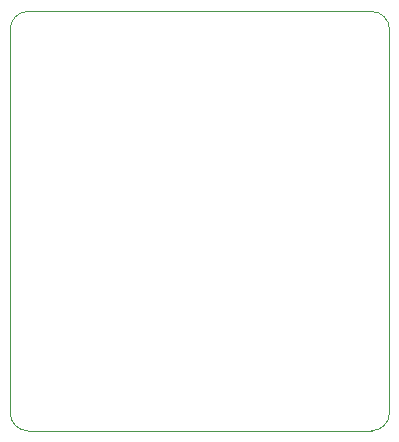
<source format=gbr>
G04 #@! TF.GenerationSoftware,KiCad,Pcbnew,6.0.7-f9a2dced07~116~ubuntu22.04.1*
G04 #@! TF.CreationDate,2022-08-21T20:36:42+02:00*
G04 #@! TF.ProjectId,carabiner,63617261-6269-46e6-9572-2e6b69636164,rev?*
G04 #@! TF.SameCoordinates,Original*
G04 #@! TF.FileFunction,Profile,NP*
%FSLAX46Y46*%
G04 Gerber Fmt 4.6, Leading zero omitted, Abs format (unit mm)*
G04 Created by KiCad (PCBNEW 6.0.7-f9a2dced07~116~ubuntu22.04.1) date 2022-08-21 20:36:42*
%MOMM*%
%LPD*%
G01*
G04 APERTURE LIST*
G04 #@! TA.AperFunction,Profile*
%ADD10C,0.050000*%
G04 #@! TD*
G04 #@! TA.AperFunction,Profile*
%ADD11C,0.120000*%
G04 #@! TD*
G04 APERTURE END LIST*
D10*
X50500000Y-68000000D02*
X50500000Y-59600000D01*
X50500000Y-35500000D02*
X50500000Y-59600000D01*
D11*
X82600000Y-35500000D02*
G75*
G03*
X81100000Y-34000000I-1500000J0D01*
G01*
X50500000Y-68000000D02*
G75*
G03*
X52000000Y-69500000I1500000J0D01*
G01*
X81100000Y-69500000D02*
G75*
G03*
X82600000Y-68000000I0J1500000D01*
G01*
X52000000Y-34000000D02*
G75*
G03*
X50500000Y-35500000I0J-1500000D01*
G01*
D10*
X79800000Y-34000000D02*
X52000000Y-34000000D01*
X82600000Y-35500000D02*
X82600000Y-68000000D01*
X59500000Y-69500000D02*
X52000000Y-69500000D01*
X59500000Y-69500000D02*
X81100000Y-69500000D01*
X79800000Y-34000000D02*
X81100000Y-34000000D01*
M02*

</source>
